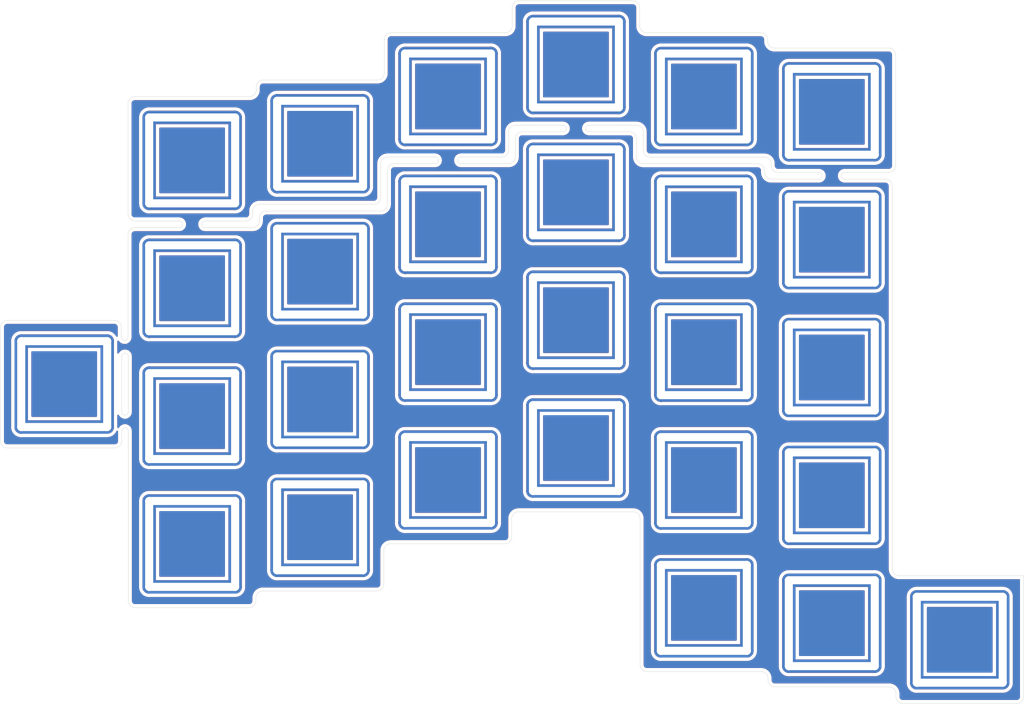
<source format=kicad_pcb>
(kicad_pcb (version 20171130) (host pcbnew "(5.1.5)-3")
  (layers (0 F.Cu signal) (31 B.Cu signal) (34 B.Paste user) (35 F.Paste user) (36 B.SilkS user) (37 F.SilkS user) (38 B.Mask user) (39 F.Mask user) (44 Edge.Cuts user))
  (net 0 "")
  (module Used_Footprints:Cutout (layer F.Cu) (at 103.07 57.87 180)
    (fp_text reference SW2)
    (fp_text value SW2 hide)
    (pad "" thru_hole oval (at 6.4 -0.01 90) (size 14.8 2) (drill oval 14 1.2) (layers *.Cu *.Mask))
    (pad "" thru_hole oval (at 0 6.4 180) (size 14.8 2) (drill oval 14 1.2) (layers *.Cu *.Mask))
    (pad "" thru_hole oval (at -6.4 0 90) (size 14.8 2) (drill oval 14 1.2) (layers *.Cu *.Mask))
    (pad "" thru_hole oval (at 0 -6.4 180) (size 14.8 2) (drill oval 14 1.2) (layers *.Cu *.Mask))
  )
  (module Used_Footprints:Cutout (layer F.Cu) (at 122.12 50.82 180)
    (fp_text reference SW3)
    (fp_text value SW_Push hide)
    (pad "" thru_hole oval (at 6.4 -0.01 90) (size 14.8 2) (drill oval 14 1.2) (layers *.Cu *.Mask))
    (pad "" thru_hole oval (at 0 6.4 180) (size 14.8 2) (drill oval 14 1.2) (layers *.Cu *.Mask))
    (pad "" thru_hole oval (at -6.4 0 90) (size 14.8 2) (drill oval 14 1.2) (layers *.Cu *.Mask))
    (pad "" thru_hole oval (at 0 -6.4 180) (size 14.8 2) (drill oval 14 1.2) (layers *.Cu *.Mask))
  )
  (module Used_Footprints:Cutout (layer F.Cu) (at 141.17 46.06 180)
    (fp_text reference SW4)
    (fp_text value SW_Push hide)
    (pad "" thru_hole oval (at 6.4 -0.01 90) (size 14.8 2) (drill oval 14 1.2) (layers *.Cu *.Mask))
    (pad "" thru_hole oval (at 0 6.4 180) (size 14.8 2) (drill oval 14 1.2) (layers *.Cu *.Mask))
    (pad "" thru_hole oval (at -6.4 0 90) (size 14.8 2) (drill oval 14 1.2) (layers *.Cu *.Mask))
    (pad "" thru_hole oval (at 0 -6.4 180) (size 14.8 2) (drill oval 14 1.2) (layers *.Cu *.Mask))
  )
  (module Used_Footprints:Cutout (layer F.Cu) (at 84.02 60.35 180)
    (fp_text reference SW1)
    (fp_text value SW_Push hide)
    (pad "" thru_hole oval (at 6.4 -0.01 90) (size 14.8 2) (drill oval 14 1.2) (layers *.Cu *.Mask))
    (pad "" thru_hole oval (at 0 6.4 180) (size 14.8 2) (drill oval 14 1.2) (layers *.Cu *.Mask))
    (pad "" thru_hole oval (at -6.4 0 90) (size 14.8 2) (drill oval 14 1.2) (layers *.Cu *.Mask))
    (pad "" thru_hole oval (at 0 -6.4 180) (size 14.8 2) (drill oval 14 1.2) (layers *.Cu *.Mask))
  )
  (module Used_Footprints:Cutout (layer F.Cu) (at 160.22 50.83 180)
    (fp_text reference SW5)
    (fp_text value SW_Push hide)
    (pad "" thru_hole oval (at 6.4 -0.01 90) (size 14.8 2) (drill oval 14 1.2) (layers *.Cu *.Mask))
    (pad "" thru_hole oval (at 0 6.4 180) (size 14.8 2) (drill oval 14 1.2) (layers *.Cu *.Mask))
    (pad "" thru_hole oval (at -6.4 0 90) (size 14.8 2) (drill oval 14 1.2) (layers *.Cu *.Mask))
    (pad "" thru_hole oval (at 0 -6.4 180) (size 14.8 2) (drill oval 14 1.2) (layers *.Cu *.Mask))
  )
  (module Used_Footprints:Cutout (layer F.Cu) (at 179.27 53.11 180)
    (fp_text reference SW6)
    (fp_text value SW_Push hide)
    (pad "" thru_hole oval (at 6.4 -0.01 90) (size 14.8 2) (drill oval 14 1.2) (layers *.Cu *.Mask))
    (pad "" thru_hole oval (at 0 6.4 180) (size 14.8 2) (drill oval 14 1.2) (layers *.Cu *.Mask))
    (pad "" thru_hole oval (at -6.4 0 90) (size 14.8 2) (drill oval 14 1.2) (layers *.Cu *.Mask))
    (pad "" thru_hole oval (at 0 -6.4 180) (size 14.8 2) (drill oval 14 1.2) (layers *.Cu *.Mask))
  )
  (module Used_Footprints:Cutout (layer F.Cu) (at 179.27 91.21 180)
    (fp_text reference SW18)
    (fp_text value SW_Push hide)
    (pad "" thru_hole oval (at 6.4 -0.01 90) (size 14.8 2) (drill oval 14 1.2) (layers *.Cu *.Mask))
    (pad "" thru_hole oval (at 0 6.4 180) (size 14.8 2) (drill oval 14 1.2) (layers *.Cu *.Mask))
    (pad "" thru_hole oval (at -6.4 0 90) (size 14.8 2) (drill oval 14 1.2) (layers *.Cu *.Mask))
    (pad "" thru_hole oval (at 0 -6.4 180) (size 14.8 2) (drill oval 14 1.2) (layers *.Cu *.Mask))
  )
  (module Used_Footprints:Cutout (layer F.Cu) (at 160.22 69.88 180)
    (fp_text reference SW11)
    (fp_text value SW_Push hide)
    (pad "" thru_hole oval (at 6.4 -0.01 90) (size 14.8 2) (drill oval 14 1.2) (layers *.Cu *.Mask))
    (pad "" thru_hole oval (at 0 6.4 180) (size 14.8 2) (drill oval 14 1.2) (layers *.Cu *.Mask))
    (pad "" thru_hole oval (at -6.4 0 90) (size 14.8 2) (drill oval 14 1.2) (layers *.Cu *.Mask))
    (pad "" thru_hole oval (at 0 -6.4 180) (size 14.8 2) (drill oval 14 1.2) (layers *.Cu *.Mask))
  )
  (module Used_Footprints:Cutout (layer F.Cu) (at 160.22 88.93 180)
    (fp_text reference SW17)
    (fp_text value SW_Push hide)
    (pad "" thru_hole oval (at 6.4 -0.01 90) (size 14.8 2) (drill oval 14 1.2) (layers *.Cu *.Mask))
    (pad "" thru_hole oval (at 0 6.4 180) (size 14.8 2) (drill oval 14 1.2) (layers *.Cu *.Mask))
    (pad "" thru_hole oval (at -6.4 0 90) (size 14.8 2) (drill oval 14 1.2) (layers *.Cu *.Mask))
    (pad "" thru_hole oval (at 0 -6.4 180) (size 14.8 2) (drill oval 14 1.2) (layers *.Cu *.Mask))
  )
  (module Used_Footprints:Cutout (layer F.Cu) (at 103.07 76.92 180)
    (fp_text reference SW8)
    (fp_text value SW_Push hide)
    (pad "" thru_hole oval (at 6.4 -0.01 90) (size 14.8 2) (drill oval 14 1.2) (layers *.Cu *.Mask))
    (pad "" thru_hole oval (at 0 6.4 180) (size 14.8 2) (drill oval 14 1.2) (layers *.Cu *.Mask))
    (pad "" thru_hole oval (at -6.4 0 90) (size 14.8 2) (drill oval 14 1.2) (layers *.Cu *.Mask))
    (pad "" thru_hole oval (at 0 -6.4 180) (size 14.8 2) (drill oval 14 1.2) (layers *.Cu *.Mask))
  )
  (module Used_Footprints:Cutout (layer F.Cu) (at 141.17 84.16 180)
    (fp_text reference SW16)
    (fp_text value SW_Push hide)
    (pad "" thru_hole oval (at 6.4 -0.01 90) (size 14.8 2) (drill oval 14 1.2) (layers *.Cu *.Mask))
    (pad "" thru_hole oval (at 0 6.4 180) (size 14.8 2) (drill oval 14 1.2) (layers *.Cu *.Mask))
    (pad "" thru_hole oval (at -6.4 0 90) (size 14.8 2) (drill oval 14 1.2) (layers *.Cu *.Mask))
    (pad "" thru_hole oval (at 0 -6.4 180) (size 14.8 2) (drill oval 14 1.2) (layers *.Cu *.Mask))
  )
  (module Used_Footprints:Cutout (layer F.Cu) (at 122.12 88.92 180)
    (fp_text reference SW15)
    (fp_text value SW_Push hide)
    (pad "" thru_hole oval (at 6.4 -0.01 90) (size 14.8 2) (drill oval 14 1.2) (layers *.Cu *.Mask))
    (pad "" thru_hole oval (at 0 6.4 180) (size 14.8 2) (drill oval 14 1.2) (layers *.Cu *.Mask))
    (pad "" thru_hole oval (at -6.4 0 90) (size 14.8 2) (drill oval 14 1.2) (layers *.Cu *.Mask))
    (pad "" thru_hole oval (at 0 -6.4 180) (size 14.8 2) (drill oval 14 1.2) (layers *.Cu *.Mask))
  )
  (module Used_Footprints:Cutout (layer F.Cu) (at 84.02 98.45 180)
    (fp_text reference SW13)
    (fp_text value SW_Push hide)
    (pad "" thru_hole oval (at 6.4 -0.01 90) (size 14.8 2) (drill oval 14 1.2) (layers *.Cu *.Mask))
    (pad "" thru_hole oval (at 0 6.4 180) (size 14.8 2) (drill oval 14 1.2) (layers *.Cu *.Mask))
    (pad "" thru_hole oval (at -6.4 0 90) (size 14.8 2) (drill oval 14 1.2) (layers *.Cu *.Mask))
    (pad "" thru_hole oval (at 0 -6.4 180) (size 14.8 2) (drill oval 14 1.2) (layers *.Cu *.Mask))
  )
  (module Used_Footprints:Cutout (layer F.Cu) (at 141.17 65.11 180)
    (fp_text reference SW10)
    (fp_text value SW_Push hide)
    (pad "" thru_hole oval (at 6.4 -0.01 90) (size 14.8 2) (drill oval 14 1.2) (layers *.Cu *.Mask))
    (pad "" thru_hole oval (at 0 6.4 180) (size 14.8 2) (drill oval 14 1.2) (layers *.Cu *.Mask))
    (pad "" thru_hole oval (at -6.4 0 90) (size 14.8 2) (drill oval 14 1.2) (layers *.Cu *.Mask))
    (pad "" thru_hole oval (at 0 -6.4 180) (size 14.8 2) (drill oval 14 1.2) (layers *.Cu *.Mask))
  )
  (module Used_Footprints:Cutout (layer F.Cu) (at 179.27 72.16 180)
    (fp_text reference SW12)
    (fp_text value SW_Push hide)
    (pad "" thru_hole oval (at 6.4 -0.01 90) (size 14.8 2) (drill oval 14 1.2) (layers *.Cu *.Mask))
    (pad "" thru_hole oval (at 0 6.4 180) (size 14.8 2) (drill oval 14 1.2) (layers *.Cu *.Mask))
    (pad "" thru_hole oval (at -6.4 0 90) (size 14.8 2) (drill oval 14 1.2) (layers *.Cu *.Mask))
    (pad "" thru_hole oval (at 0 -6.4 180) (size 14.8 2) (drill oval 14 1.2) (layers *.Cu *.Mask))
  )
  (module Used_Footprints:Cutout (layer F.Cu) (at 64.97 93.68 180)
    (fp_text reference SW25)
    (fp_text value SW_Push hide)
    (pad "" thru_hole oval (at 6.4 -0.01 90) (size 14.8 2) (drill oval 14 1.2) (layers *.Cu *.Mask))
    (pad "" thru_hole oval (at 0 6.4 180) (size 14.8 2) (drill oval 14 1.2) (layers *.Cu *.Mask))
    (pad "" thru_hole oval (at -6.4 0 90) (size 14.8 2) (drill oval 14 1.2) (layers *.Cu *.Mask))
    (pad "" thru_hole oval (at 0 -6.4 180) (size 14.8 2) (drill oval 14 1.2) (layers *.Cu *.Mask))
  )
  (module Used_Footprints:Cutout (layer F.Cu) (at 160.22 107.98 180)
    (fp_text reference SW23)
    (fp_text value SW_Push hide)
    (pad "" thru_hole oval (at 6.4 -0.01 90) (size 14.8 2) (drill oval 14 1.2) (layers *.Cu *.Mask))
    (pad "" thru_hole oval (at 0 6.4 180) (size 14.8 2) (drill oval 14 1.2) (layers *.Cu *.Mask))
    (pad "" thru_hole oval (at -6.4 0 90) (size 14.8 2) (drill oval 14 1.2) (layers *.Cu *.Mask))
    (pad "" thru_hole oval (at 0 -6.4 180) (size 14.8 2) (drill oval 14 1.2) (layers *.Cu *.Mask))
  )
  (module Used_Footprints:Cutout (layer F.Cu) (at 103.07 95.97 180)
    (fp_text reference SW14)
    (fp_text value SW_Push hide)
    (pad "" thru_hole oval (at 6.4 -0.01 90) (size 14.8 2) (drill oval 14 1.2) (layers *.Cu *.Mask))
    (pad "" thru_hole oval (at 0 6.4 180) (size 14.8 2) (drill oval 14 1.2) (layers *.Cu *.Mask))
    (pad "" thru_hole oval (at -6.4 0 90) (size 14.8 2) (drill oval 14 1.2) (layers *.Cu *.Mask))
    (pad "" thru_hole oval (at 0 -6.4 180) (size 14.8 2) (drill oval 14 1.2) (layers *.Cu *.Mask))
  )
  (module Used_Footprints:Cutout (layer F.Cu) (at 84.02 117.5 180)
    (fp_text reference SW19)
    (fp_text value SW_Push hide)
    (pad "" thru_hole oval (at 6.4 -0.01 90) (size 14.8 2) (drill oval 14 1.2) (layers *.Cu *.Mask))
    (pad "" thru_hole oval (at 0 6.4 180) (size 14.8 2) (drill oval 14 1.2) (layers *.Cu *.Mask))
    (pad "" thru_hole oval (at -6.4 0 90) (size 14.8 2) (drill oval 14 1.2) (layers *.Cu *.Mask))
    (pad "" thru_hole oval (at 0 -6.4 180) (size 14.8 2) (drill oval 14 1.2) (layers *.Cu *.Mask))
  )
  (module Used_Footprints:Cutout (layer F.Cu) (at 179.27 110.26 180)
    (fp_text reference SW24)
    (fp_text value SW_Push hide)
    (pad "" thru_hole oval (at 6.4 -0.01 90) (size 14.8 2) (drill oval 14 1.2) (layers *.Cu *.Mask))
    (pad "" thru_hole oval (at 0 6.4 180) (size 14.8 2) (drill oval 14 1.2) (layers *.Cu *.Mask))
    (pad "" thru_hole oval (at -6.4 0 90) (size 14.8 2) (drill oval 14 1.2) (layers *.Cu *.Mask))
    (pad "" thru_hole oval (at 0 -6.4 180) (size 14.8 2) (drill oval 14 1.2) (layers *.Cu *.Mask))
  )
  (module Used_Footprints:Cutout (layer F.Cu) (at 141.17 103.21 180)
    (fp_text reference SW22)
    (fp_text value SW_Push hide)
    (pad "" thru_hole oval (at 6.4 -0.01 90) (size 14.8 2) (drill oval 14 1.2) (layers *.Cu *.Mask))
    (pad "" thru_hole oval (at 0 6.4 180) (size 14.8 2) (drill oval 14 1.2) (layers *.Cu *.Mask))
    (pad "" thru_hole oval (at -6.4 0 90) (size 14.8 2) (drill oval 14 1.2) (layers *.Cu *.Mask))
    (pad "" thru_hole oval (at 0 -6.4 180) (size 14.8 2) (drill oval 14 1.2) (layers *.Cu *.Mask))
  )
  (module Used_Footprints:Cutout (layer F.Cu) (at 122.12 107.97 180)
    (fp_text reference SW21)
    (fp_text value SW_Push hide)
    (pad "" thru_hole oval (at 6.4 -0.01 90) (size 14.8 2) (drill oval 14 1.2) (layers *.Cu *.Mask))
    (pad "" thru_hole oval (at 0 6.4 180) (size 14.8 2) (drill oval 14 1.2) (layers *.Cu *.Mask))
    (pad "" thru_hole oval (at -6.4 0 90) (size 14.8 2) (drill oval 14 1.2) (layers *.Cu *.Mask))
    (pad "" thru_hole oval (at 0 -6.4 180) (size 14.8 2) (drill oval 14 1.2) (layers *.Cu *.Mask))
  )
  (module Used_Footprints:Cutout (layer F.Cu) (at 103.07 115.02 180)
    (fp_text reference SW20)
    (fp_text value SW_Push hide)
    (pad "" thru_hole oval (at 6.4 -0.01 90) (size 14.8 2) (drill oval 14 1.2) (layers *.Cu *.Mask))
    (pad "" thru_hole oval (at 0 6.4 180) (size 14.8 2) (drill oval 14 1.2) (layers *.Cu *.Mask))
    (pad "" thru_hole oval (at -6.4 0 90) (size 14.8 2) (drill oval 14 1.2) (layers *.Cu *.Mask))
    (pad "" thru_hole oval (at 0 -6.4 180) (size 14.8 2) (drill oval 14 1.2) (layers *.Cu *.Mask))
  )
  (module Used_Footprints:Cutout (layer F.Cu) (at 122.12 69.87 180)
    (fp_text reference SW9)
    (fp_text value SW_Push hide)
    (pad "" thru_hole oval (at 6.4 -0.01 90) (size 14.8 2) (drill oval 14 1.2) (layers *.Cu *.Mask))
    (pad "" thru_hole oval (at 0 6.4 180) (size 14.8 2) (drill oval 14 1.2) (layers *.Cu *.Mask))
    (pad "" thru_hole oval (at -6.4 0 90) (size 14.8 2) (drill oval 14 1.2) (layers *.Cu *.Mask))
    (pad "" thru_hole oval (at 0 -6.4 180) (size 14.8 2) (drill oval 14 1.2) (layers *.Cu *.Mask))
  )
  (module Used_Footprints:Cutout (layer F.Cu) (at 160.22 127.03 180)
    (fp_text reference SW26)
    (fp_text value SW_Push hide)
    (pad "" thru_hole oval (at 6.4 -0.01 90) (size 14.8 2) (drill oval 14 1.2) (layers *.Cu *.Mask))
    (pad "" thru_hole oval (at 0 6.4 180) (size 14.8 2) (drill oval 14 1.2) (layers *.Cu *.Mask))
    (pad "" thru_hole oval (at -6.4 0 90) (size 14.8 2) (drill oval 14 1.2) (layers *.Cu *.Mask))
    (pad "" thru_hole oval (at 0 -6.4 180) (size 14.8 2) (drill oval 14 1.2) (layers *.Cu *.Mask))
  )
  (module Used_Footprints:Cutout (layer F.Cu) (at 179.27 129.31 180)
    (fp_text reference SW27)
    (fp_text value SW_Push hide)
    (pad "" thru_hole oval (at 6.4 -0.01 90) (size 14.8 2) (drill oval 14 1.2) (layers *.Cu *.Mask))
    (pad "" thru_hole oval (at 0 6.4 180) (size 14.8 2) (drill oval 14 1.2) (layers *.Cu *.Mask))
    (pad "" thru_hole oval (at -6.4 0 90) (size 14.8 2) (drill oval 14 1.2) (layers *.Cu *.Mask))
    (pad "" thru_hole oval (at 0 -6.4 180) (size 14.8 2) (drill oval 14 1.2) (layers *.Cu *.Mask))
  )
  (module Used_Footprints:Cutout (layer F.Cu) (at 198.32 131.78 180)
    (fp_text reference SW28)
    (fp_text value SW_Push hide)
    (pad "" thru_hole oval (at 6.4 -0.01 90) (size 14.8 2) (drill oval 14 1.2) (layers *.Cu *.Mask))
    (pad "" thru_hole oval (at 0 6.4 180) (size 14.8 2) (drill oval 14 1.2) (layers *.Cu *.Mask))
    (pad "" thru_hole oval (at -6.4 0 90) (size 14.8 2) (drill oval 14 1.2) (layers *.Cu *.Mask))
    (pad "" thru_hole oval (at 0 -6.4 180) (size 14.8 2) (drill oval 14 1.2) (layers *.Cu *.Mask))
  )
  (module Used_Footprints:Cutout (layer F.Cu) (at 84.02 79.4 180)
    (fp_text reference SW7)
    (fp_text value SW_Push hide)
    (pad "" thru_hole oval (at 6.4 -0.01 90) (size 14.8 2) (drill oval 14 1.2) (layers *.Cu *.Mask))
    (pad "" thru_hole oval (at 0 6.4 180) (size 14.8 2) (drill oval 14 1.2) (layers *.Cu *.Mask))
    (pad "" thru_hole oval (at -6.4 0 90) (size 14.8 2) (drill oval 14 1.2) (layers *.Cu *.Mask))
    (pad "" thru_hole oval (at 0 -6.4 180) (size 14.8 2) (drill oval 14 1.2) (layers *.Cu *.Mask))
  )
  (gr_arc (start 189.2648 121.229801) (end 188.264601 121.229801) (angle -90) (layer Edge.Cuts) (width 0.05))
  (gr_line (start 207.82 122.23) (end 207.82 140.2825) (layer Edge.Cuts) (width 0.05))
  (gr_line (start 188.2648 64.14) (end 188.264601 121.229801) (layer Edge.Cuts) (width 0.05))
  (gr_line (start 207.82 122.23) (end 189.2648 122.23) (layer Edge.Cuts) (width 0.05))
  (gr_arc (start 112.1 66.89) (end 112.1 67.89) (angle -90) (layer Edge.Cuts) (width 0.05))
  (gr_arc (start 130.15 58.84) (end 130.15 59.84) (angle -90) (layer Edge.Cuts) (width 0.05))
  (gr_arc (start 150.19 56.09) (end 151.19 56.09) (angle -90) (layer Edge.Cuts) (width 0.05))
  (gr_arc (start 149.72 113.7075) (end 150.72 113.7075) (angle -90) (layer Edge.Cuts) (width 0.05))
  (gr_arc (start 132.15 56.09) (end 132.15 55.09) (angle -90) (layer Edge.Cuts) (width 0.05))
  (gr_line (start 139.239901 55.089901) (end 132.15 55.09) (layer Edge.Cuts) (width 0.05))
  (gr_arc (start 111.57 123.5185) (end 111.57 124.5185) (angle -90) (layer Edge.Cuts) (width 0.05))
  (gr_line (start 131.15 56.09) (end 131.15 58.84) (layer Edge.Cuts) (width 0.05))
  (gr_line (start 120.189901 59.839901) (end 113.1 59.84) (layer Edge.Cuts) (width 0.05))
  (gr_line (start 169.25 61.85) (end 169.25 62.14) (layer Edge.Cuts) (width 0.05))
  (gr_arc (start 113.1 60.84) (end 113.1 59.84) (angle -90) (layer Edge.Cuts) (width 0.05))
  (gr_line (start 113.1 66.89) (end 113.1 61.84) (layer Edge.Cuts) (width 0.05))
  (gr_line (start 150.19 57.09) (end 150.19 59.85) (layer Edge.Cuts) (width 0.05))
  (gr_arc (start 114.1 61.84) (end 114.1 60.84) (angle -90) (layer Edge.Cuts) (width 0.05))
  (gr_arc (start 149.19 57.09) (end 150.19 57.09) (angle -90) (layer Edge.Cuts) (width 0.05))
  (gr_line (start 95.04 67.89) (end 112.1 67.89) (layer Edge.Cuts) (width 0.05))
  (gr_line (start 177.339901 62.139901) (end 171.25 62.14) (layer Edge.Cuts) (width 0.05))
  (gr_line (start 93.04 67.89) (end 93.04 68.37) (layer Edge.Cuts) (width 0.05))
  (gr_arc (start 168.25 61.85) (end 169.25 61.85) (angle -90) (layer Edge.Cuts) (width 0.05))
  (gr_arc (start 152.19 58.85) (end 151.19 58.85) (angle -90) (layer Edge.Cuts) (width 0.05))
  (gr_arc (start 169.25 60.85) (end 170.25 60.85) (angle -90) (layer Edge.Cuts) (width 0.05))
  (gr_arc (start 187.77 61.14) (end 187.77 62.14) (angle -90) (layer Edge.Cuts) (width 0.05))
  (gr_line (start 151.19 58.85) (end 151.19 56.09) (layer Edge.Cuts) (width 0.05))
  (gr_arc (start 94.04 67.89) (end 94.04 66.89) (angle -90) (layer Edge.Cuts) (width 0.05))
  (gr_arc (start 151.19 59.85) (end 150.19 59.85) (angle -90) (layer Edge.Cuts) (width 0.05))
  (gr_arc (start 171.25 61.14) (end 170.25 61.14) (angle -90) (layer Edge.Cuts) (width 0.05))
  (gr_arc (start 72.52 102.1825) (end 72.52 103.1825) (angle -90) (layer Edge.Cuts) (width 0.05))
  (gr_arc (start 132.62 113.7075) (end 132.62 112.7075) (angle -90) (layer Edge.Cuts) (width 0.05))
  (gr_line (start 82.089802 70.370099) (end 75.47 70.37) (layer Edge.Cuts) (width 0.05))
  (gr_line (start 132.15 59.84) (end 132.15 57.09) (layer Edge.Cuts) (width 0.05))
  (gr_arc (start 187.77 44.606) (end 188.77 44.606) (angle -90) (layer Edge.Cuts) (width 0.05))
  (gr_line (start 74.47 68.37) (end 74.47 51.845) (layer Edge.Cuts) (width 0.05))
  (gr_line (start 111.1 66.89) (end 94.04 66.89) (layer Edge.Cuts) (width 0.05))
  (gr_line (start 151.19 60.85) (end 168.25 60.85) (layer Edge.Cuts) (width 0.05))
  (gr_arc (start 111.1 65.89) (end 111.1 66.89) (angle -90) (layer Edge.Cuts) (width 0.05))
  (gr_line (start 169.25 59.85) (end 152.19 59.85) (layer Edge.Cuts) (width 0.05))
  (gr_line (start 94.04 69.37) (end 94.04 68.89) (layer Edge.Cuts) (width 0.05))
  (gr_arc (start 95.04 68.89) (end 95.04 67.89) (angle -90) (layer Edge.Cuts) (width 0.05))
  (gr_arc (start 93.04 69.37) (end 93.04 70.37) (angle -90) (layer Edge.Cuts) (width 0.05))
  (gr_arc (start 168.77 137.52) (end 169.77 137.52) (angle -90) (layer Edge.Cuts) (width 0.05))
  (gr_arc (start 75.52 125.995) (end 74.52 125.995) (angle -90) (layer Edge.Cuts) (width 0.05))
  (gr_line (start 112.1 60.84) (end 112.1 65.89) (layer Edge.Cuts) (width 0.05))
  (gr_line (start 133.15 56.09) (end 139.239901 56.090099) (layer Edge.Cuts) (width 0.05))
  (gr_arc (start 75.47 68.37) (end 74.47 68.37) (angle -90) (layer Edge.Cuts) (width 0.05))
  (gr_arc (start 170.720001 42.606) (end 169.720001 42.606) (angle -90) (layer Edge.Cuts) (width 0.05))
  (gr_line (start 114.1 60.84) (end 120.189901 60.840099) (layer Edge.Cuts) (width 0.05))
  (gr_arc (start 92.04 68.37) (end 92.04 69.37) (angle -90) (layer Edge.Cuts) (width 0.05))
  (gr_arc (start 75.47 51.845) (end 75.47 50.845) (angle -90) (layer Edge.Cuts) (width 0.05))
  (gr_arc (start 75.47 71.37) (end 75.47 70.37) (angle -90) (layer Edge.Cuts) (width 0.05))
  (gr_arc (start 133.15 57.09) (end 133.15 56.09) (angle -90) (layer Edge.Cuts) (width 0.05))
  (gr_line (start 82.089802 69.369901) (end 75.47 69.37) (layer Edge.Cuts) (width 0.05))
  (gr_line (start 177.339901 63.140099) (end 170.25 63.14) (layer Edge.Cuts) (width 0.05))
  (gr_line (start 170.25 61.14) (end 170.25 60.85) (layer Edge.Cuts) (width 0.05))
  (gr_arc (start 131.15 59.84) (end 131.15 60.84) (angle -90) (layer Edge.Cuts) (width 0.05))
  (gr_arc (start 170.25 62.14) (end 169.25 62.14) (angle -90) (layer Edge.Cuts) (width 0.05))
  (gr_line (start 143.100198 56.090099) (end 149.19 56.09) (layer Edge.Cuts) (width 0.05))
  (gr_line (start 73.52 102.1825) (end 73.519802 100.68) (layer Edge.Cuts) (width 0.05))
  (gr_arc (start 73.969901 86.68) (end 73.469802 86.68) (angle -180) (layer Edge.Cuts) (width 0.05))
  (gr_line (start 74.47 71.37) (end 74.47 86.68) (layer Edge.Cuts) (width 0.05))
  (gr_line (start 73.519901 89.56) (end 73.519901 97.82) (layer Edge.Cuts) (width 0.05))
  (gr_arc (start 85.950198 69.87) (end 85.450099 69.87) (angle -90) (layer Edge.Cuts) (width 0.05))
  (gr_line (start 181.190099 62.139901) (end 187.77 62.139901) (layer Edge.Cuts) (width 0.05))
  (gr_arc (start 74.02 89.56) (end 74.520099 89.56) (angle -180) (layer Edge.Cuts) (width 0.05))
  (gr_arc (start 187.82 139.81) (end 188.82 139.81) (angle -90) (layer Edge.Cuts) (width 0.05))
  (gr_arc (start 85.950198 69.87) (end 85.950198 69.369901) (angle -90) (layer Edge.Cuts) (width 0.05))
  (gr_arc (start 139.239901 55.59) (end 139.74 55.59) (angle -90) (layer Edge.Cuts) (width 0.05))
  (gr_line (start 85.950198 70.370099) (end 93.04 70.370099) (layer Edge.Cuts) (width 0.05))
  (gr_line (start 74.520099 97.82) (end 74.520099 89.56) (layer Edge.Cuts) (width 0.05))
  (gr_arc (start 177.339901 62.64) (end 177.339901 63.140099) (angle -90) (layer Edge.Cuts) (width 0.05))
  (gr_arc (start 124.050198 60.34) (end 123.550099 60.34) (angle -90) (layer Edge.Cuts) (width 0.05))
  (gr_arc (start 143.100198 55.59) (end 142.600099 55.59) (angle -90) (layer Edge.Cuts) (width 0.05))
  (gr_arc (start 74.019901 100.68) (end 74.52 100.68) (angle -180) (layer Edge.Cuts) (width 0.05))
  (gr_arc (start 187.2648 64.14) (end 188.2648 64.14) (angle -90) (layer Edge.Cuts) (width 0.05))
  (gr_arc (start 139.239901 55.59) (end 139.239901 56.090099) (angle -90) (layer Edge.Cuts) (width 0.05))
  (gr_arc (start 82.089802 69.87) (end 82.089802 70.370099) (angle -90) (layer Edge.Cuts) (width 0.05))
  (gr_line (start 124.050198 59.839901) (end 130.15 59.84) (layer Edge.Cuts) (width 0.05))
  (gr_arc (start 181.190099 62.64) (end 180.69 62.64) (angle -90) (layer Edge.Cuts) (width 0.05))
  (gr_arc (start 74.02 97.82) (end 73.519901 97.82) (angle -180) (layer Edge.Cuts) (width 0.05))
  (gr_arc (start 82.089802 69.87) (end 82.589901 69.87) (angle -90) (layer Edge.Cuts) (width 0.05))
  (gr_arc (start 124.050198 60.34) (end 124.050198 59.839901) (angle -90) (layer Edge.Cuts) (width 0.05))
  (gr_line (start 73.469802 86.68) (end 73.47 85.1825) (layer Edge.Cuts) (width 0.05))
  (gr_line (start 181.190099 63.140099) (end 187.2648 63.14) (layer Edge.Cuts) (width 0.05))
  (gr_line (start 74.52 103.18) (end 74.52 100.68) (layer Edge.Cuts) (width 0.05))
  (gr_arc (start 177.339901 62.64) (end 177.84 62.64) (angle -90) (layer Edge.Cuts) (width 0.05))
  (gr_line (start 124.050198 60.840099) (end 131.15 60.84) (layer Edge.Cuts) (width 0.05))
  (gr_arc (start 181.190099 62.64) (end 181.190099 62.139901) (angle -90) (layer Edge.Cuts) (width 0.05))
  (gr_arc (start 143.100198 55.59) (end 143.100198 55.089901) (angle -90) (layer Edge.Cuts) (width 0.05))
  (gr_arc (start 120.189901 60.34) (end 120.69 60.34) (angle -90) (layer Edge.Cuts) (width 0.05))
  (gr_line (start 143.100198 55.089901) (end 150.19 55.09) (layer Edge.Cuts) (width 0.05))
  (gr_arc (start 120.189901 60.34) (end 120.189901 60.840099) (angle -90) (layer Edge.Cuts) (width 0.05))
  (gr_line (start 85.950198 69.369901) (end 92.04 69.369901) (layer Edge.Cuts) (width 0.05))
  (gr_arc (start 170.77 137.806) (end 169.77 137.806) (angle -90) (layer Edge.Cuts) (width 0.05))
  (gr_line (start 189.82 141.2825) (end 206.82 141.2825) (layer Edge.Cuts) (width 0.05))
  (gr_line (start 94.52 124.5185) (end 111.57 124.5185) (layer Edge.Cuts) (width 0.05))
  (gr_line (start 75.47 50.845) (end 92.570001 50.845) (layer Edge.Cuts) (width 0.05))
  (gr_line (start 112.620001 42.32) (end 112.620001 47.3685) (layer Edge.Cuts) (width 0.05))
  (gr_arc (start 92.52 125.995) (end 92.52 126.995) (angle -90) (layer Edge.Cuts) (width 0.05))
  (gr_arc (start 94.570001 49.3685) (end 94.570001 48.3685) (angle -90) (layer Edge.Cuts) (width 0.05))
  (gr_line (start 170.720001 43.606) (end 187.77 43.606) (layer Edge.Cuts) (width 0.05))
  (gr_line (start 93.52 125.5185) (end 93.52 125.995) (layer Edge.Cuts) (width 0.05))
  (gr_arc (start 111.620001 47.3685) (end 111.620001 48.3685) (angle -90) (layer Edge.Cuts) (width 0.05))
  (gr_arc (start 168.720001 42.32) (end 169.720001 42.32) (angle -90) (layer Edge.Cuts) (width 0.05))
  (gr_arc (start 130.670001 40.32) (end 130.670001 41.32) (angle -90) (layer Edge.Cuts) (width 0.05))
  (gr_arc (start 206.82 140.2825) (end 206.82 141.2825) (angle -90) (layer Edge.Cuts) (width 0.05))
  (gr_line (start 170.77 138.806) (end 187.82 138.81) (layer Edge.Cuts) (width 0.05))
  (gr_line (start 188.82 139.81) (end 188.82 140.2825) (layer Edge.Cuts) (width 0.05))
  (gr_arc (start 113.620001 42.32) (end 113.620001 41.32) (angle -90) (layer Edge.Cuts) (width 0.05))
  (gr_arc (start 151.670001 40.32) (end 150.670001 40.32) (angle -90) (layer Edge.Cuts) (width 0.05))
  (gr_line (start 74.52 103.18) (end 74.52 125.995) (layer Edge.Cuts) (width 0.05))
  (gr_arc (start 130.62 116.47) (end 130.62 117.47) (angle -90) (layer Edge.Cuts) (width 0.05))
  (gr_line (start 169.720001 42.32) (end 169.720001 42.606) (layer Edge.Cuts) (width 0.05))
  (gr_arc (start 189.82 140.2825) (end 188.82 140.2825) (angle -90) (layer Edge.Cuts) (width 0.05))
  (gr_arc (start 56.47 85.1825) (end 56.47 84.1825) (angle -90) (layer Edge.Cuts) (width 0.05))
  (gr_arc (start 149.670001 37.5575) (end 150.670001 37.5575) (angle -90) (layer Edge.Cuts) (width 0.05))
  (gr_arc (start 94.52 125.5185) (end 94.52 124.5185) (angle -90) (layer Edge.Cuts) (width 0.05))
  (gr_line (start 55.47 85.1825) (end 55.47 102.1825) (layer Edge.Cuts) (width 0.05))
  (gr_line (start 56.47 103.1825) (end 72.52 103.1825) (layer Edge.Cuts) (width 0.05))
  (gr_line (start 150.72 135.52) (end 150.72 113.7075) (layer Edge.Cuts) (width 0.05))
  (gr_line (start 113.57 117.47) (end 130.62 117.47) (layer Edge.Cuts) (width 0.05))
  (gr_arc (start 56.47 102.1825) (end 55.47 102.1825) (angle -90) (layer Edge.Cuts) (width 0.05))
  (gr_line (start 169.77 137.52) (end 169.77 137.806) (layer Edge.Cuts) (width 0.05))
  (gr_line (start 94.570001 48.3685) (end 111.620001 48.3685) (layer Edge.Cuts) (width 0.05))
  (gr_line (start 132.62 112.7075) (end 149.72 112.7075) (layer Edge.Cuts) (width 0.05))
  (gr_arc (start 72.47 85.1825) (end 73.47 85.1825) (angle -90) (layer Edge.Cuts) (width 0.05))
  (gr_line (start 151.670001 41.32) (end 168.720001 41.32) (layer Edge.Cuts) (width 0.05))
  (gr_arc (start 132.670001 37.5575) (end 132.670001 36.5575) (angle -90) (layer Edge.Cuts) (width 0.05))
  (gr_arc (start 151.72 135.52) (end 150.72 135.52) (angle -90) (layer Edge.Cuts) (width 0.05))
  (gr_line (start 132.670001 36.5575) (end 149.670001 36.5575) (layer Edge.Cuts) (width 0.05))
  (gr_line (start 75.52 126.995) (end 92.52 126.995) (layer Edge.Cuts) (width 0.05))
  (gr_line (start 131.62 113.7075) (end 131.62 116.47) (layer Edge.Cuts) (width 0.05))
  (gr_line (start 112.57 118.47) (end 112.57 123.5185) (layer Edge.Cuts) (width 0.05))
  (gr_arc (start 92.570001 49.845) (end 92.570001 50.845) (angle -90) (layer Edge.Cuts) (width 0.05))
  (gr_line (start 56.47 84.1825) (end 72.47 84.1825) (layer Edge.Cuts) (width 0.05))
  (gr_line (start 93.570001 49.3685) (end 93.570001 49.845) (layer Edge.Cuts) (width 0.05))
  (gr_line (start 151.72 136.52) (end 168.77 136.52) (layer Edge.Cuts) (width 0.05))
  (gr_line (start 188.77 61.14) (end 188.77 44.606) (layer Edge.Cuts) (width 0.05))
  (gr_line (start 131.670001 37.5575) (end 131.670001 40.32) (layer Edge.Cuts) (width 0.05))
  (gr_arc (start 113.57 118.47) (end 113.57 117.47) (angle -90) (layer Edge.Cuts) (width 0.05))
  (gr_line (start 150.670001 37.5575) (end 150.670001 40.32) (layer Edge.Cuts) (width 0.05))
  (gr_line (start 113.620001 41.32) (end 130.670001 41.32) (layer Edge.Cuts) (width 0.05))
  (zone (net 0) (net_name "") (layer B.Cu) (connect_pads (clearance 0.508)) (min_thickness 0.254) (fill yes (arc_segments 32) (thermal_gap 0.508) (thermal_bridge_width 0.508))
    (polygon (pts (xy 55.41 84.15) (xy 55.41 103.25) (xy 74.41 103.25) (xy 74.41 127.05) (xy 93.61 127.05) (xy 93.61 124.65) (xy 112.61 124.65) (xy 112.61 117.55) (xy 131.71 117.55) (xy 131.71 112.85) (xy 150.61 112.85) (xy 150.61 136.65) (xy 169.71 136.65) (xy 169.71 138.85) (xy 188.71 138.85) (xy 188.71 141.35) (xy 207.91 141.35) (xy 207.91 122.15) (xy 188.91 122.15) (xy 188.91 43.55) (xy 169.81 43.55) (xy 169.81 41.25) (xy 150.8 41.25) (xy 150.8 36.45) (xy 131.61 36.45) (xy 131.61 41.35) (xy 112.51 41.35) (xy 112.51 48.25) (xy 93.51 48.25) (xy 93.51 50.75) (xy 74.41 50.75) (xy 74.41 84.15)))
  )
  (zone (net 0) (net_name "") (layer F.Cu) (connect_pads (clearance 0.508)) (min_thickness 0.254) (fill yes (arc_segments 32) (thermal_gap 0.508) (thermal_bridge_width 0.508))
    (polygon (pts (xy 55.41 84.15) (xy 55.41 103.25) (xy 74.41 103.25) (xy 74.41 127.05) (xy 93.61 127.05) (xy 93.61 124.65) (xy 112.61 124.65) (xy 112.61 117.55) (xy 131.71 117.55) (xy 131.71 112.85) (xy 150.61 112.85) (xy 150.61 136.65) (xy 169.71 136.65) (xy 169.71 138.85) (xy 188.71 138.85) (xy 188.71 141.35) (xy 207.91 141.35) (xy 207.91 122.15) (xy 188.91 122.15) (xy 188.91 43.55) (xy 169.81 43.55) (xy 169.81 41.25) (xy 150.8 41.25) (xy 150.8 36.45) (xy 131.61 36.45) (xy 131.61 41.35) (xy 112.51 41.35) (xy 112.51 48.25) (xy 93.51 48.25) (xy 93.51 50.75) (xy 74.41 50.75) (xy 74.41 84.15)))
  )
)
</source>
